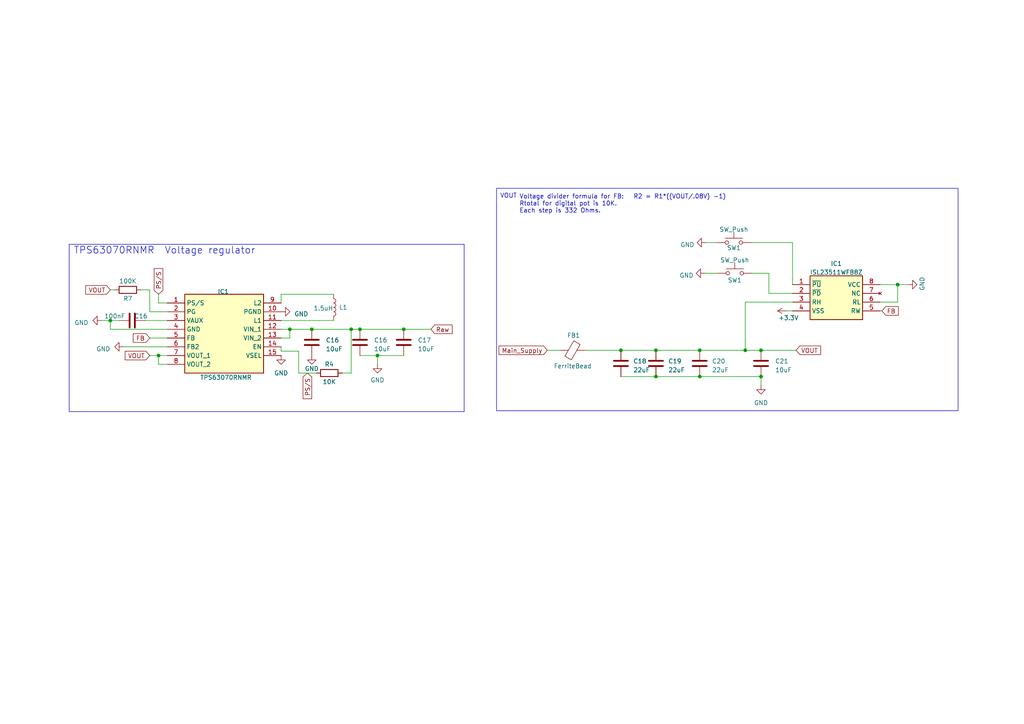
<source format=kicad_sch>
(kicad_sch (version 20230121) (generator eeschema)
  (paper "A4")
  (title_block (title "Component Supply") (date "2023-03-21") (rev "1.0"))
  (lib_symbols
    (symbol "Custom_Eric:ISL23511WFB8Z"
      (property "Reference" "IC" (at 21.59 7.62 0))
      (property "Value" "ISL23511WFB8Z" (at 21.59 5.08 0))
      (symbol "ISL23511WFB8Z_1_1"
        (rectangle (start 5.08 2.54) (end 20.32 -10.16) (stroke (width 0.254)) (fill (type background)))
        (pin passive line (at 0 0 0) (length 5.08) (name "~{PU}") (number "1"))
        (pin passive line (at 0 -2.54 0) (length 5.08) (name "~{PD}") (number "2"))
        (pin passive line (at 0 -5.08 0) (length 5.08) (name "RH") (number "3"))
        (pin passive line (at 0 -7.62 0) (length 5.08) (name "VSS") (number "4"))
        (pin passive line (at 25.4 -7.62 180) (length 5.08) (name "RW") (number "5"))
        (pin passive line (at 25.4 -5.08 180) (length 5.08) (name "RL") (number "6"))
        (pin no_connect line (at 25.4 -2.54 180) (length 5.08) (name "NC") (number "7"))
        (pin passive line (at 25.4 0 180) (length 5.08) (name "VCC") (number "8"))
      )
    )
    (symbol "Device:C" (pin_numbers hide) (pin_names (offset 0.254))
      (property "Reference" "C" (at 0.635 2.54 0))
      (property "Value" "C" (at 0.635 -2.54 0))
      (symbol "C_0_1"
        (polyline (pts (xy -2.032 -0.762) (xy 2.032 -0.762)) (stroke (width 0.508)))
        (polyline (pts (xy -2.032 0.762) (xy 2.032 0.762)) (stroke (width 0.508)))
      )
      (symbol "C_1_1"
        (pin passive line (at 0 3.81 270) (length 2.794) (name "~") (number "1"))
        (pin passive line (at 0 -3.81 90) (length 2.794) (name "~") (number "2"))
      )
    )
    (symbol "Device:FerriteBead" (pin_numbers hide) (pin_names (offset 0))
      (property "Reference" "FB" (at -3.81 0.635 90))
      (property "Value" "FerriteBead" (at 3.81 0 90))
      (symbol "FerriteBead_0_1"
        (polyline (pts (xy 0 -1.27) (xy 0 -1.2192)))
        (polyline (pts (xy 0 1.27) (xy 0 1.2954)))
        (polyline (pts (xy -2.7686 0.4064) (xy -1.7018 2.2606) (xy 2.7686 -0.3048) (xy 1.6764 -2.159) (xy -2.7686 0.4064)))
      )
      (symbol "FerriteBead_1_1"
        (pin passive line (at 0 3.81 270) (length 2.54) (name "~") (number "1"))
        (pin passive line (at 0 -3.81 90) (length 2.54) (name "~") (number "2"))
      )
    )
    (symbol "Device:L" (pin_numbers hide) (pin_names (offset 1.016) hide)
      (property "Reference" "L" (at -1.27 0 90))
      (property "Value" "L" (at 1.905 0 90))
      (symbol "L_0_1"
        (arc (start 0 -2.54) (mid 0.6323 -1.905) (end 0 -1.27))
        (arc (start 0 -1.27) (mid 0.6323 -0.635) (end 0 0))
        (arc (start 0 0) (mid 0.6323 0.635) (end 0 1.27))
        (arc (start 0 1.27) (mid 0.6323 1.905) (end 0 2.54))
      )
      (symbol "L_1_1"
        (pin passive line (at 0 3.81 270) (length 1.27) (name "1") (number "1"))
        (pin passive line (at 0 -3.81 90) (length 1.27) (name "2") (number "2"))
      )
    )
    (symbol "Device:R" (pin_numbers hide) (pin_names (offset 0))
      (property "Reference" "R" (at 2.032 0 90))
      (property "Value" "R" (at 0 0 90))
      (symbol "R_0_1"
        (rectangle (start -1.016 -2.54) (end 1.016 2.54) (stroke (width 0.254)))
      )
      (symbol "R_1_1"
        (pin passive line (at 0 3.81 270) (length 1.27) (name "~") (number "1"))
        (pin passive line (at 0 -3.81 90) (length 1.27) (name "~") (number "2"))
      )
    )
    (symbol "Switch:SW_Push" (pin_numbers hide) (pin_names (offset 1.016) hide)
      (property "Reference" "SW" (at 1.27 2.54 0))
      (property "Value" "SW_Push" (at 0 -1.524 0))
      (symbol "SW_Push_0_1"
        (circle (center -2.032 0) (radius 0.508))
        (polyline (pts (xy 0 1.27) (xy 0 3.048)))
        (polyline (pts (xy 2.54 1.27) (xy -2.54 1.27)))
        (circle (center 2.032 0) (radius 0.508))
        (pin passive line (at -5.08 0 0) (length 2.54) (name "1") (number "1"))
        (pin passive line (at 5.08 0 180) (length 2.54) (name "2") (number "2"))
      )
    )
    (symbol "TPS63070RNMR:TPS63070RNMR"
      (property "Reference" "IC2" (at 16.256 3.302 0))
      (property "Value" "TPS63070RNMR" (at 17.018 -21.59 0))
      (symbol "TPS63070RNMR_1_1"
        (rectangle (start 5.08 2.54) (end 27.94 -20.32) (stroke (width 0.254)) (fill (type background)))
        (pin passive line (at 0 0 0) (length 5.08) (name "PS/S") (number "1"))
        (pin passive line (at 33.02 -2.54 180) (length 5.08) (name "PGND") (number "10"))
        (pin passive line (at 33.02 -5.08 180) (length 5.08) (name "L1") (number "11"))
        (pin passive line (at 33.02 -7.62 180) (length 5.08) (name "VIN_1") (number "12"))
        (pin passive line (at 33.02 -10.16 180) (length 5.08) (name "VIN_2") (number "13"))
        (pin passive line (at 33.02 -12.7 180) (length 5.08) (name "EN") (number "14"))
        (pin passive line (at 33.02 -15.24 180) (length 5.08) (name "VSEL") (number "15"))
        (pin passive line (at 0 -2.54 0) (length 5.08) (name "PG") (number "2"))
        (pin passive line (at 0 -5.08 0) (length 5.08) (name "VAUX") (number "3"))
        (pin passive line (at 0 -7.62 0) (length 5.08) (name "GND") (number "4"))
        (pin passive line (at 0 -10.16 0) (length 5.08) (name "FB") (number "5"))
        (pin passive line (at 0 -12.7 0) (length 5.08) (name "FB2") (number "6"))
        (pin power_out line (at 0 -15.24 0) (length 5.08) (name "VOUT_1") (number "7"))
        (pin power_in line (at 0 -17.78 0) (length 5.08) (name "VOUT_2") (number "8"))
        (pin passive line (at 33.02 0 180) (length 5.08) (name "L2") (number "9"))
      )
    )
    (symbol "power:+3.3V" (power) (pin_names (offset 0))
      (property "Value" "+3.3V" (at 0 3.556 0))
      (symbol "+3.3V_0_1"
        (polyline (pts (xy -0.762 1.27) (xy 0 2.54)))
        (polyline (pts (xy 0 0) (xy 0 2.54)))
        (polyline (pts (xy 0 2.54) (xy 0.762 1.27)))
      )
      (symbol "+3.3V_1_1"
        (pin power_in line (at 0 0 90) (length 0) hide (name "+3.3V") (number "1"))
      )
    )
    (symbol "power:GND" (power) (pin_names (offset 0))
      (property "Value" "GND" (at 0 -3.81 0))
      (symbol "GND_0_1"
        (polyline (pts (xy 0 0) (xy 0 -1.27) (xy 1.27 -1.27) (xy 0 -2.54) (xy -1.27 -1.27) (xy 0 -1.27)))
      )
      (symbol "GND_1_1"
        (pin power_in line (at 0 0 270) (length 0) hide (name "GND") (number "1"))
      )
    )
  )
  (junction (at 190.246 109.22))
  (junction (at 202.946 101.6))
  (junction (at 180.086 101.6))
  (junction (at 104.394 95.504))
  (junction (at 190.246 101.6))
  (junction (at 101.854 95.504))
  (junction (at 220.726 101.6))
  (junction (at 84.074 95.504))
  (junction (at 260.35 82.55))
  (junction (at 45.974 103.124))
  (junction (at 117.094 95.504))
  (junction (at 90.424 95.504))
  (junction (at 216.154 101.6))
  (junction (at 202.946 109.22))
  (junction (at 32.004 92.964))
  (junction (at 220.726 109.22))
  (junction (at 109.474 103.124))
  (wire (pts (xy 99.314 108.204) (xy 101.854 108.204)))
  (wire (pts (xy 109.474 103.124) (xy 117.094 103.124)))
  (wire (pts (xy 220.726 101.6) (xy 230.886 101.6)))
  (wire (pts (xy 43.434 84.074) (xy 43.434 90.424)))
  (wire (pts (xy 29.464 92.964) (xy 32.004 92.964)))
  (wire (pts (xy 101.854 95.504) (xy 104.394 95.504)))
  (wire (pts (xy 216.154 87.63) (xy 229.87 87.63)))
  (wire (pts (xy 202.946 101.6) (xy 216.154 101.6)))
  (wire (pts (xy 81.534 101.854) (xy 86.614 101.854)))
  (wire (pts (xy 86.614 101.854) (xy 86.614 108.204)))
  (wire (pts (xy 223.012 85.09) (xy 223.012 79.248)))
  (wire (pts (xy 229.87 85.09) (xy 223.012 85.09)))
  (wire (pts (xy 81.534 85.344) (xy 96.774 85.344)))
  (wire (pts (xy 229.87 82.55) (xy 229.87 70.358)))
  (wire (pts (xy 180.086 109.22) (xy 190.246 109.22)))
  (wire (pts (xy 48.514 95.504) (xy 32.004 95.504)))
  (wire (pts (xy 43.434 90.424) (xy 48.514 90.424)))
  (wire (pts (xy 255.27 87.63) (xy 260.35 87.63)))
  (wire (pts (xy 220.726 109.22) (xy 220.726 111.76)))
  (wire (pts (xy 216.154 101.6) (xy 220.726 101.6)))
  (wire (pts (xy 216.154 87.63) (xy 216.154 101.6)))
  (wire (pts (xy 228.092 90.17) (xy 229.87 90.17)))
  (wire (pts (xy 81.534 92.964) (xy 96.774 92.964)))
  (wire (pts (xy 84.074 95.504) (xy 84.074 98.044)))
  (wire (pts (xy 255.778 90.17) (xy 255.27 90.17)))
  (wire (pts (xy 158.75 101.6) (xy 162.306 101.6)))
  (wire (pts (xy 42.164 92.964) (xy 48.514 92.964)))
  (wire (pts (xy 169.926 101.6) (xy 180.086 101.6)))
  (wire (pts (xy 229.87 70.358) (xy 217.932 70.358)))
  (wire (pts (xy 104.394 95.504) (xy 117.094 95.504)))
  (wire (pts (xy 180.086 101.6) (xy 190.246 101.6)))
  (wire (pts (xy 40.894 84.074) (xy 43.434 84.074)))
  (wire (pts (xy 45.974 87.884) (xy 48.514 87.884)))
  (wire (pts (xy 204.724 70.358) (xy 207.772 70.358)))
  (wire (pts (xy 204.47 79.248) (xy 208.026 79.248)))
  (wire (pts (xy 45.974 85.344) (xy 45.974 87.884)))
  (wire (pts (xy 32.004 92.964) (xy 32.004 95.504)))
  (wire (pts (xy 48.514 103.124) (xy 45.974 103.124)))
  (wire (pts (xy 35.814 100.584) (xy 48.514 100.584)))
  (wire (pts (xy 81.534 95.504) (xy 84.074 95.504)))
  (wire (pts (xy 86.614 108.204) (xy 91.694 108.204)))
  (wire (pts (xy 260.35 82.55) (xy 263.398 82.55)))
  (wire (pts (xy 223.012 79.248) (xy 218.186 79.248)))
  (wire (pts (xy 32.004 84.074) (xy 33.274 84.074)))
  (wire (pts (xy 117.094 95.504) (xy 124.968 95.504)))
  (wire (pts (xy 255.27 82.55) (xy 260.35 82.55)))
  (wire (pts (xy 101.854 108.204) (xy 101.854 95.504)))
  (wire (pts (xy 109.474 103.124) (xy 109.474 105.664)))
  (wire (pts (xy 81.534 101.854) (xy 81.534 100.584)))
  (wire (pts (xy 260.35 87.63) (xy 260.35 82.55)))
  (wire (pts (xy 81.534 98.044) (xy 84.074 98.044)))
  (wire (pts (xy 43.434 98.044) (xy 48.514 98.044)))
  (wire (pts (xy 45.974 103.124) (xy 45.974 105.664)))
  (wire (pts (xy 104.394 103.124) (xy 109.474 103.124)))
  (wire (pts (xy 190.246 101.6) (xy 202.946 101.6)))
  (wire (pts (xy 190.246 109.22) (xy 202.946 109.22)))
  (wire (pts (xy 84.074 95.504) (xy 90.424 95.504)))
  (wire (pts (xy 202.946 109.22) (xy 220.726 109.22)))
  (wire (pts (xy 90.424 95.504) (xy 101.854 95.504)))
  (wire (pts (xy 81.534 85.344) (xy 81.534 87.884)))
  (wire (pts (xy 43.434 103.124) (xy 45.974 103.124)))
  (wire (pts (xy 45.974 105.664) (xy 48.514 105.664)))
  (wire (pts (xy 32.004 92.964) (xy 34.544 92.964)))
  (rectangle (start 144.018 54.61) (end 277.876 119.126))
  (rectangle (start 20.066 70.866) (end 134.62 119.38))
  (text "TPS63070RNMR  Voltage regulator" (at 21.336 73.914 0) (effects (font (size 2 2)) (justify left bottom)))
  (text "Voltage divider formula for FB:   R2 = R1*((VOUT/.08V) -1)\nRtotal for digital pot is 10K.\nEach step is 332 Ohms." (at 150.622 61.976 0) (effects (font (size 1.27 1.27)) (justify left bottom)))
  (text "VOUT\n" (at 145.034 57.658 0) (effects (font (size 1.27 1.27)) (justify left bottom)))
  (global_label "FB" (shape input) (at 255.778 90.17 0) (property "Intersheetrefs" "${INTERSHEET_REFS}" (effects hide)))
  (global_label "VOUT" (shape input) (at 230.886 101.6 0) (property "Intersheetrefs" "${INTERSHEET_REFS}" (effects hide)))
  (global_label "Raw" (shape input) (at 124.968 95.504 0) (property "Intersheetrefs" "${INTERSHEET_REFS}" (effects hide)))
  (global_label "PS{slash}S" (shape input) (at 89.154 108.204 270) (property "Intersheetrefs" "${INTERSHEET_REFS}" (effects hide)))
  (global_label "VOUT" (shape input) (at 43.434 103.124 180) (property "Intersheetrefs" "${INTERSHEET_REFS}" (effects hide)))
  (global_label "Main_Supply" (shape input) (at 158.75 101.6 180) (property "Intersheetrefs" "${INTERSHEET_REFS}" (effects hide)))
  (global_label "FB" (shape input) (at 43.434 98.044 180) (property "Intersheetrefs" "${INTERSHEET_REFS}" (effects hide)))
  (global_label "PS{slash}S" (shape input) (at 45.974 85.344 90) (property "Intersheetrefs" "${INTERSHEET_REFS}" (effects hide)))
  (global_label "VOUT" (shape input) (at 32.004 84.074 180) (property "Intersheetrefs" "${INTERSHEET_REFS}" (effects hide)))
  (symbol (lib_id "Device:L") (at 96.774 89.154 0) (unit 1)
    (property "Reference" "L1" (at 98.298 89.154 0) (effects (justify left)))
    (property "Value" "1.5uH" (at 90.932 89.408 0) (effects (justify left)))
    (instances (project "power_supply" (path "" (reference "L1") (unit 1)) (path "" (reference "L2") (unit 1))))
  )
  (symbol (lib_id "Device:C") (at 202.946 105.41 0) (unit 1)
    (property "Reference" "C20" (at 206.502 104.775 0) (effects (justify left)))
    (property "Value" "22uF" (at 206.502 107.315 0) (effects (justify left)))
    (property "Footprint" "Capacitor_SMD:C_0402_1005Metric" (effects hide))
    (instances (project "power_supply" (path "" (reference "C20") (unit 1)) (path "" (reference "C29") (unit 1))))
  )
  (symbol (lib_id "power:GND") (at 220.726 111.76 0) (unit 1)
    (property "Reference" "#PWR023" (effects hide))
    (property "Value" "GND" (at 220.726 116.84 0))
    (instances (project "power_supply" (path "" (reference "#PWR023") (unit 1)) (path "" (reference "#PWR035") (unit 1))))
  )
  (symbol (lib_id "Switch:SW_Push") (at 213.106 79.248 0) (unit 1)
    (property "Reference" "SW1" (at 213.106 81.28 0))
    (property "Value" "SW_Push" (at 213.106 75.438 0))
    (property "Footprint" "Button_Switch_THT:SW_PUSH_6mm_H7.3mm" (effects hide))
    (instances (project "power_supply" (path "" (reference "SW1") (unit 1)) (path "" (reference "SW3") (unit 1))))
  )
  (symbol (lib_id "Device:C") (at 117.094 99.314 0) (unit 1)
    (property "Reference" "C17" (at 121.158 98.679 0) (effects (justify left)))
    (property "Value" "10uF" (at 121.158 101.219 0) (effects (justify left)))
    (property "Footprint" "Capacitor_SMD:C_0805_2012Metric" (effects hide))
    (instances (project "power_supply" (path "" (reference "C17") (unit 1)) (path "" (reference "C35") (unit 1))))
  )
  (symbol (lib_id "TPS63070RNMR:TPS63070RNMR") (at 48.514 87.884 0) (unit 1)
    (property "Reference" "IC1" (at 64.77 84.582 0))
    (property "Value" "TPS63070RNMR" (at 65.532 109.474 0))
    (property "Footprint" "Custom_eric:TPS630701RNMR" (effects hide))
    (property "Datasheet" "http://www.ti.com/lit/gpn/tps63070" (effects hide))
    (property "Mouser Part Number" "595-TPS63070RNMR" (effects hide))
    (property "Mouser Price/Stock" "https://www.mouser.co.uk/ProductDetail/Texas-Instruments/TPS63070RNMR?qs=LuYMPh7GGMS51GHntBDRnQ%3D%3D" (effects hide))
    (property "Manufacturer_Name" "Texas Instruments" (effects hide))
    (property "Manufacturer_Part_Number" "TPS63070RNMR" (effects hide))
    (instances (project "power_supply" (path "" (reference "IC1") (unit 1)) (path "" (reference "IC2") (unit 1))))
  )
  (symbol (lib_id "power:GND") (at 29.464 92.964 270) (unit 1)
    (property "Reference" "#PWR019" (effects hide))
    (property "Value" "GND" (at 25.654 93.599 90) (effects (justify right)))
    (instances (project "power_supply" (path "" (reference "#PWR019") (unit 1)) (path "" (reference "#PWR028") (unit 1))))
  )
  (symbol (lib_id "power:+3.3V") (at 228.092 90.17 90) (unit 1)
    (property "Reference" "#PWR011" (effects hide))
    (property "Value" "+3.3V" (at 231.648 92.202 90) (effects (justify left)))
  )
  (symbol (lib_id "power:GND") (at 109.474 105.664 0) (unit 1)
    (property "Reference" "#PWR017" (effects hide))
    (property "Value" "GND" (at 109.474 110.236 0))
    (instances (project "power_supply" (path "" (reference "#PWR017") (unit 1)) (path "" (reference "#PWR036") (unit 1))))
  )
  (symbol (lib_id "power:GND") (at 35.814 100.584 270) (unit 1)
    (property "Reference" "#PWR021" (effects hide))
    (property "Value" "GND" (at 32.004 101.219 90) (effects (justify right)))
    (instances (project "power_supply" (path "" (reference "#PWR021") (unit 1)) (path "" (reference "#PWR029") (unit 1))))
  )
  (symbol (lib_id "Device:C") (at 104.394 99.314 0) (unit 1)
    (property "Reference" "C16" (at 108.458 98.679 0) (effects (justify left)))
    (property "Value" "10uF" (at 108.458 101.219 0) (effects (justify left)))
    (property "Footprint" "Capacitor_SMD:C_0805_2012Metric" (effects hide))
    (instances (project "power_supply" (path "" (reference "C16") (unit 1)) (path "" (reference "C34") (unit 1))))
  )
  (symbol (lib_id "Custom_Eric:ISL23511WFB8Z") (at 229.87 82.55 0) (unit 1)
    (property "Reference" "IC1" (at 242.57 76.454 0))
    (property "Value" "ISL23511WFB8Z" (at 242.57 78.994 0))
    (property "Footprint" "Custom_eric:SOIC127P600X175-8N" (effects hide))
    (property "Datasheet" "https://www.renesas.com/en-us/www/doc/datasheet/isl23511.pdf" (effects hide))
    (property "Height" "1.75" (effects hide))
    (property "Mouser Part Number" "968-ISL23511WFB8Z" (effects hide))
    (property "Mouser Price/Stock" "https://www.mouser.co.uk/ProductDetail/Renesas-Intersil/ISL23511WFB8Z?qs=9fLuogzTs8KmkOr0qijwpw%3D%3D" (effects hide))
    (property "Manufacturer_Name" "Renesas Electronics" (effects hide))
    (property "Manufacturer_Part_Number" "ISL23511WFB8Z" (effects hide))
  )
  (symbol (lib_id "Device:R") (at 95.504 108.204 90) (unit 1)
    (property "Reference" "R4" (at 95.504 105.664 90))
    (property "Value" "10K" (at 95.504 110.744 90))
    (property "Footprint" "Resistor_SMD:R_0402_1005Metric" (effects hide))
    (instances (project "power_supply" (path "" (reference "R4") (unit 1)) (path "" (reference "R13") (unit 1))))
  )
  (symbol (lib_id "Switch:SW_Push") (at 212.852 70.358 0) (unit 1)
    (property "Reference" "SW1" (at 212.852 71.882 0))
    (property "Value" "SW_Push" (at 212.852 66.548 0))
    (property "Footprint" "Button_Switch_THT:SW_PUSH_6mm_H7.3mm" (effects hide))
    (instances (project "power_supply" (path "" (reference "SW1") (unit 1)) (path "" (reference "SW2") (unit 1))))
  )
  (symbol (lib_id "power:GND") (at 204.47 79.248 270) (unit 1)
    (property "Reference" "#PWR010" (effects hide))
    (property "Value" "GND" (at 201.168 79.883 90) (effects (justify right)))
  )
  (symbol (lib_id "power:GND") (at 81.534 90.424 90) (unit 1)
    (property "Reference" "#PWR014" (effects hide))
    (property "Value" "GND" (at 85.344 91.059 90) (effects (justify right)))
    (instances (project "power_supply" (path "" (reference "#PWR014") (unit 1)) (path "" (reference "#PWR032") (unit 1))))
  )
  (symbol (lib_id "Device:C") (at 190.246 105.41 0) (unit 1)
    (property "Reference" "C19" (at 193.802 104.775 0) (effects (justify left)))
    (property "Value" "22uF" (at 193.802 107.315 0) (effects (justify left)))
    (property "Footprint" "Capacitor_SMD:C_0402_1005Metric" (effects hide))
    (instances (project "power_supply" (path "" (reference "C19") (unit 1)) (path "" (reference "C27") (unit 1))))
  )
  (symbol (lib_id "power:GND") (at 263.398 82.55 90) (unit 1)
    (property "Reference" "#PWR022" (effects hide))
    (property "Value" "GND" (at 267.462 82.296 0))
    (instances (project "power_supply" (path "" (reference "#PWR022") (unit 1)) (path "" (reference "#PWR033") (unit 1))))
  )
  (symbol (lib_id "power:GND") (at 81.534 103.124 0) (unit 1)
    (property "Reference" "#PWR018" (effects hide))
    (property "Value" "GND" (at 81.534 108.204 0))
    (instances (project "power_supply" (path "" (reference "#PWR018") (unit 1)) (path "" (reference "#PWR034") (unit 1))))
  )
  (symbol (lib_id "power:GND") (at 204.724 70.358 270) (unit 1)
    (property "Reference" "#PWR08" (effects hide))
    (property "Value" "GND" (at 201.422 70.993 90) (effects (justify right)))
  )
  (symbol (lib_id "Device:R") (at 37.084 84.074 270) (unit 1)
    (property "Reference" "R7" (at 37.084 86.614 90))
    (property "Value" "100K" (at 37.084 81.534 90))
    (property "Footprint" "Resistor_SMD:R_0402_1005Metric" (effects hide))
    (instances (project "power_supply" (path "" (reference "R7") (unit 1)) (path "" (reference "R10") (unit 1))))
  )
  (symbol (lib_id "power:GND") (at 90.424 103.124 0) (unit 1)
    (property "Reference" "#PWR018" (effects hide))
    (property "Value" "GND" (at 90.424 106.934 0))
    (instances (project "power_supply" (path "" (reference "#PWR018") (unit 1)) (path "" (reference "#PWR014") (unit 1))))
  )
  (symbol (lib_id "Device:C") (at 220.726 105.41 0) (unit 1)
    (property "Reference" "C21" (at 224.79 104.775 0) (effects (justify left)))
    (property "Value" "10uF" (at 224.79 107.315 0) (effects (justify left)))
    (property "Footprint" "Capacitor_SMD:C_0805_2012Metric" (effects hide))
    (instances (project "power_supply" (path "" (reference "C21") (unit 1)) (path "" (reference "C31") (unit 1))))
  )
  (symbol (lib_id "Device:C") (at 180.086 105.41 0) (unit 1)
    (property "Reference" "C18" (at 183.642 104.775 0) (effects (justify left)))
    (property "Value" "22uF" (at 183.642 107.315 0) (effects (justify left)))
    (property "Footprint" "Capacitor_SMD:C_0402_1005Metric" (effects hide))
    (instances (project "power_supply" (path "" (reference "C18") (unit 1)) (path "" (reference "C25") (unit 1))))
  )
  (symbol (lib_id "Device:C") (at 38.354 92.964 90) (unit 1)
    (property "Reference" "C16" (at 40.894 91.694 90))
    (property "Value" "100nF" (at 33.274 91.694 90))
    (property "Footprint" "Capacitor_SMD:C_0402_1005Metric" (effects hide))
    (instances (project "power_supply" (path "" (reference "C16") (unit 1)) (path "" (reference "C2") (unit 1))))
  )
  (symbol (lib_id "Device:C") (at 90.424 99.314 0) (unit 1)
    (property "Reference" "C16" (at 94.488 98.679 0) (effects (justify left)))
    (property "Value" "10uF" (at 94.488 101.219 0) (effects (justify left)))
    (property "Footprint" "Capacitor_SMD:C_0805_2012Metric" (effects hide))
    (instances (project "power_supply" (path "" (reference "C16") (unit 1)) (path "" (reference "C1") (unit 1))))
  )
  (symbol (lib_id "Device:FerriteBead") (at 166.116 101.6 90) (unit 1)
    (property "Reference" "FB1" (at 166.37 97.282 90))
    (property "Value" "FerriteBead" (at 166.116 106.172 90))
    (instances (project "power_supply" (path "" (reference "FB1") (unit 1)) (path "" (reference "FB2") (unit 1))))
  )
)
</source>
